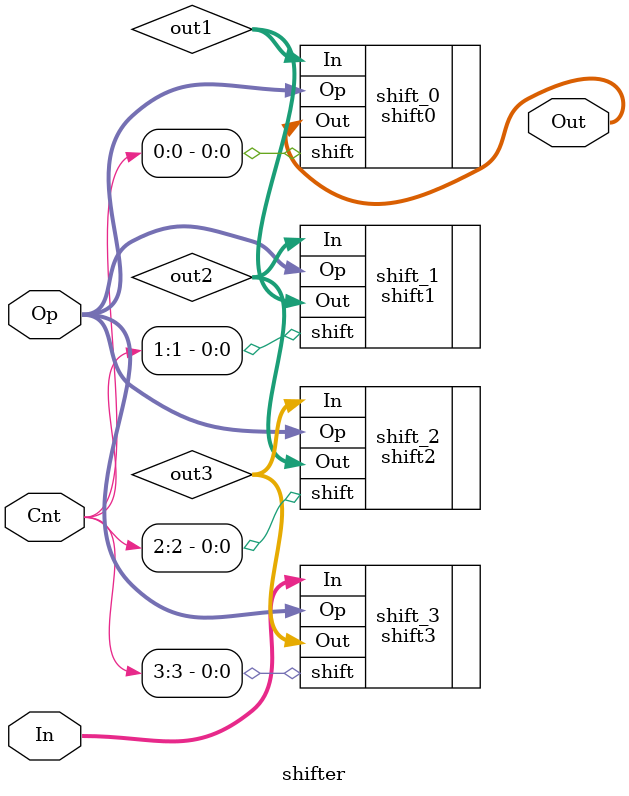
<source format=v>
/*
    CS/ECE 552 Spring '20
    Homework #2, Problem 1
    
    A barrel shifter module.  It is designed to shift a number via rotate
    left, shift left, rotate right, or shift right logical based
    on the Op() value that is passed in (2 bit number).  It uses these
    shifts to shift the value any number of bits between 0 and 15 bits.
 */
module shifter (In, Cnt, Op, Out);

   input [15:0]   In;
   input [3:0]   Cnt;
   input [1:0]   Op;
   output [15:0]  Out;

   /* YOUR CODE HERE */
   wire [15:0] out1, out2, out3;
   
   shift3 shift_3(.Out(out3), .In(In), .Op(Op), .shift(Cnt[3]));
   shift2 shift_2(.Out(out2), .In(out3), .Op(Op), .shift(Cnt[2]));
   shift1 shift_1(.Out(out1), .In(out2), .Op(Op), .shift(Cnt[1]));
   shift0 shift_0(.Out(Out), .In(out1), .Op(Op), .shift(Cnt[0]));
      
endmodule
</source>
